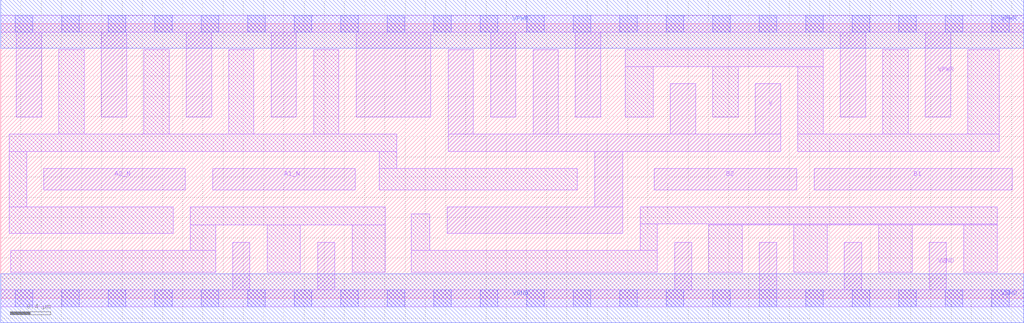
<source format=lef>
# Copyright 2020 The SkyWater PDK Authors
#
# Licensed under the Apache License, Version 2.0 (the "License");
# you may not use this file except in compliance with the License.
# You may obtain a copy of the License at
#
#     https://www.apache.org/licenses/LICENSE-2.0
#
# Unless required by applicable law or agreed to in writing, software
# distributed under the License is distributed on an "AS IS" BASIS,
# WITHOUT WARRANTIES OR CONDITIONS OF ANY KIND, either express or implied.
# See the License for the specific language governing permissions and
# limitations under the License.
#
# SPDX-License-Identifier: Apache-2.0

VERSION 5.7 ;
  NAMESCASESENSITIVE ON ;
  NOWIREEXTENSIONATPIN ON ;
  DIVIDERCHAR "/" ;
  BUSBITCHARS "[]" ;
UNITS
  DATABASE MICRONS 200 ;
END UNITS
MACRO sky130_fd_sc_hd__o2bb2ai_4
  CLASS CORE ;
  SOURCE USER ;
  FOREIGN sky130_fd_sc_hd__o2bb2ai_4 ;
  ORIGIN  0.000000  0.000000 ;
  SIZE  10.12000 BY  2.720000 ;
  SYMMETRY X Y R90 ;
  SITE unithd ;
  PIN A1_N
    ANTENNAGATEAREA  0.990000 ;
    DIRECTION INPUT ;
    USE SIGNAL ;
    PORT
      LAYER li1 ;
        RECT 2.095000 1.075000 3.505000 1.285000 ;
    END
  END A1_N
  PIN A2_N
    ANTENNAGATEAREA  0.990000 ;
    DIRECTION INPUT ;
    USE SIGNAL ;
    PORT
      LAYER li1 ;
        RECT 0.425000 1.075000 1.825000 1.285000 ;
    END
  END A2_N
  PIN B1
    ANTENNAGATEAREA  0.990000 ;
    DIRECTION INPUT ;
    USE SIGNAL ;
    PORT
      LAYER li1 ;
        RECT 8.045000 1.075000 10.005000 1.285000 ;
    END
  END B1
  PIN B2
    ANTENNAGATEAREA  0.990000 ;
    DIRECTION INPUT ;
    USE SIGNAL ;
    PORT
      LAYER li1 ;
        RECT 6.465000 1.075000 7.875000 1.285000 ;
    END
  END B2
  PIN Y
    ANTENNADIFFAREA  1.431000 ;
    DIRECTION OUTPUT ;
    USE SIGNAL ;
    PORT
      LAYER li1 ;
        RECT 4.415000 0.645000 6.155000 0.905000 ;
        RECT 4.425000 1.455000 7.715000 1.625000 ;
        RECT 4.425000 1.625000 4.675000 2.465000 ;
        RECT 5.265000 1.625000 5.515000 2.465000 ;
        RECT 5.875000 0.905000 6.155000 1.455000 ;
        RECT 6.625000 1.625000 6.875000 2.125000 ;
        RECT 7.465000 1.625000 7.715000 2.125000 ;
    END
  END Y
  PIN VGND
    DIRECTION INOUT ;
    SHAPE ABUTMENT ;
    USE GROUND ;
    PORT
      LAYER li1 ;
        RECT 0.000000 -0.085000 10.120000 0.085000 ;
        RECT 2.295000  0.085000  2.465000 0.555000 ;
        RECT 3.135000  0.085000  3.305000 0.555000 ;
        RECT 6.665000  0.085000  6.835000 0.555000 ;
        RECT 7.505000  0.085000  7.675000 0.555000 ;
        RECT 8.345000  0.085000  8.515000 0.555000 ;
        RECT 9.185000  0.085000  9.355000 0.555000 ;
      LAYER mcon ;
        RECT 0.145000 -0.085000 0.315000 0.085000 ;
        RECT 0.605000 -0.085000 0.775000 0.085000 ;
        RECT 1.065000 -0.085000 1.235000 0.085000 ;
        RECT 1.525000 -0.085000 1.695000 0.085000 ;
        RECT 1.985000 -0.085000 2.155000 0.085000 ;
        RECT 2.445000 -0.085000 2.615000 0.085000 ;
        RECT 2.905000 -0.085000 3.075000 0.085000 ;
        RECT 3.365000 -0.085000 3.535000 0.085000 ;
        RECT 3.825000 -0.085000 3.995000 0.085000 ;
        RECT 4.285000 -0.085000 4.455000 0.085000 ;
        RECT 4.745000 -0.085000 4.915000 0.085000 ;
        RECT 5.205000 -0.085000 5.375000 0.085000 ;
        RECT 5.665000 -0.085000 5.835000 0.085000 ;
        RECT 6.125000 -0.085000 6.295000 0.085000 ;
        RECT 6.585000 -0.085000 6.755000 0.085000 ;
        RECT 7.045000 -0.085000 7.215000 0.085000 ;
        RECT 7.505000 -0.085000 7.675000 0.085000 ;
        RECT 7.965000 -0.085000 8.135000 0.085000 ;
        RECT 8.425000 -0.085000 8.595000 0.085000 ;
        RECT 8.885000 -0.085000 9.055000 0.085000 ;
        RECT 9.345000 -0.085000 9.515000 0.085000 ;
        RECT 9.805000 -0.085000 9.975000 0.085000 ;
      LAYER met1 ;
        RECT 0.000000 -0.240000 10.120000 0.240000 ;
    END
  END VGND
  PIN VPWR
    DIRECTION INOUT ;
    SHAPE ABUTMENT ;
    USE POWER ;
    PORT
      LAYER li1 ;
        RECT 0.000000 2.635000 10.120000 2.805000 ;
        RECT 0.155000 1.795000  0.405000 2.635000 ;
        RECT 0.995000 1.795000  1.245000 2.635000 ;
        RECT 1.835000 1.795000  2.085000 2.635000 ;
        RECT 2.675000 1.795000  2.925000 2.635000 ;
        RECT 3.515000 1.795000  4.255000 2.635000 ;
        RECT 4.845000 1.795000  5.095000 2.635000 ;
        RECT 5.685000 1.795000  5.935000 2.635000 ;
        RECT 8.305000 1.795000  8.555000 2.635000 ;
        RECT 9.145000 1.795000  9.395000 2.635000 ;
      LAYER mcon ;
        RECT 0.145000 2.635000 0.315000 2.805000 ;
        RECT 0.605000 2.635000 0.775000 2.805000 ;
        RECT 1.065000 2.635000 1.235000 2.805000 ;
        RECT 1.525000 2.635000 1.695000 2.805000 ;
        RECT 1.985000 2.635000 2.155000 2.805000 ;
        RECT 2.445000 2.635000 2.615000 2.805000 ;
        RECT 2.905000 2.635000 3.075000 2.805000 ;
        RECT 3.365000 2.635000 3.535000 2.805000 ;
        RECT 3.825000 2.635000 3.995000 2.805000 ;
        RECT 4.285000 2.635000 4.455000 2.805000 ;
        RECT 4.745000 2.635000 4.915000 2.805000 ;
        RECT 5.205000 2.635000 5.375000 2.805000 ;
        RECT 5.665000 2.635000 5.835000 2.805000 ;
        RECT 6.125000 2.635000 6.295000 2.805000 ;
        RECT 6.585000 2.635000 6.755000 2.805000 ;
        RECT 7.045000 2.635000 7.215000 2.805000 ;
        RECT 7.505000 2.635000 7.675000 2.805000 ;
        RECT 7.965000 2.635000 8.135000 2.805000 ;
        RECT 8.425000 2.635000 8.595000 2.805000 ;
        RECT 8.885000 2.635000 9.055000 2.805000 ;
        RECT 9.345000 2.635000 9.515000 2.805000 ;
        RECT 9.805000 2.635000 9.975000 2.805000 ;
      LAYER met1 ;
        RECT 0.000000 2.480000 10.120000 2.960000 ;
    END
  END VPWR
  OBS
    LAYER li1 ;
      RECT 0.085000 0.645000 1.705000 0.905000 ;
      RECT 0.085000 0.905000 0.255000 1.455000 ;
      RECT 0.085000 1.455000 3.915000 1.625000 ;
      RECT 0.100000 0.255000 2.125000 0.475000 ;
      RECT 0.575000 1.625000 0.825000 2.465000 ;
      RECT 1.415000 1.625000 1.665000 2.465000 ;
      RECT 1.875000 0.475000 2.125000 0.725000 ;
      RECT 1.875000 0.725000 3.805000 0.905000 ;
      RECT 2.255000 1.625000 2.505000 2.465000 ;
      RECT 2.635000 0.255000 2.965000 0.725000 ;
      RECT 3.095000 1.625000 3.345000 2.465000 ;
      RECT 3.475000 0.255000 3.805000 0.725000 ;
      RECT 3.745000 1.075000 5.705000 1.285000 ;
      RECT 3.745000 1.285000 3.915000 1.455000 ;
      RECT 4.060000 0.255000 6.495000 0.475000 ;
      RECT 4.060000 0.475000 4.245000 0.835000 ;
      RECT 6.175000 1.795000 6.455000 2.295000 ;
      RECT 6.175000 2.295000 8.135000 2.465000 ;
      RECT 6.325000 0.475000 6.495000 0.735000 ;
      RECT 6.325000 0.735000 9.855000 0.905000 ;
      RECT 7.005000 0.255000 7.335000 0.725000 ;
      RECT 7.005000 0.725000 9.855000 0.735000 ;
      RECT 7.045000 1.795000 7.295000 2.295000 ;
      RECT 7.845000 0.255000 8.175000 0.725000 ;
      RECT 7.885000 1.455000 9.875000 1.625000 ;
      RECT 7.885000 1.625000 8.135000 2.295000 ;
      RECT 8.685000 0.255000 9.015000 0.725000 ;
      RECT 8.725000 1.625000 8.975000 2.465000 ;
      RECT 9.525000 0.255000 9.855000 0.725000 ;
      RECT 9.565000 1.625000 9.875000 2.465000 ;
  END
END sky130_fd_sc_hd__o2bb2ai_4

</source>
